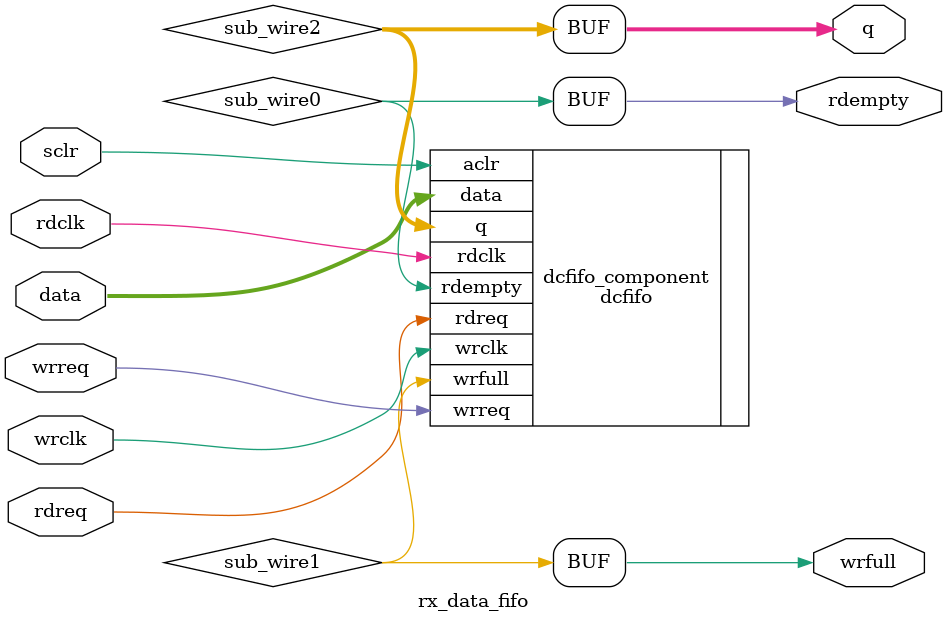
<source format=v>

`timescale 1 ps / 1 ps
// synopsys translate_on
module rx_data_fifo (
	sclr,
	data,
	rdclk,
	rdreq,
	wrclk,
	wrreq,
	q,
	rdempty,
	wrfull);

   parameter DEPTH = 512;

   input        sclr;
   input [15:0] data;
   input        rdclk;
   input        rdreq;
   input        wrclk;
   input        wrreq;
   output [15:0] q;
   output        rdempty;
   output        wrfull;
   
`ifndef ALTERA_RESERVED_QIS
// synopsys translate_off
`endif
	tri0	  aclr;
`ifndef ALTERA_RESERVED_QIS
// synopsys translate_on
`endif

   wire           sub_wire0;
   wire           sub_wire1;
   wire [15:0]    sub_wire2;
   wire           rdempty = sub_wire0;
   wire           wrfull = sub_wire1;
   wire [15:0]    q = sub_wire2[15:0];

   dcfifo dcfifo_component(.wrclk (wrclk),
			   .rdreq (rdreq),
			   .aclr (sclr),
			   .rdclk (rdclk),
			   .wrreq (wrreq),
			   .data (data),
			   .rdempty (sub_wire0),
			   .wrfull (sub_wire1),
			   .q (sub_wire2)
			   // synopsys translate_off
			   ,
			   .rdfull (),
			   .wrempty (),
			   .wrusedw (),
			   .rdusedw ()
			   // synopsys translate_on
			   );
   defparam dcfifo_component.add_usedw_msb_bit = "ON",
	    dcfifo_component.intended_device_family = "Cyclone II",
	    dcfifo_component.lpm_hint = "RAM_BLOCK_TYPE=M4K",
	    dcfifo_component.lpm_numwords = DEPTH,
	    dcfifo_component.lpm_showahead = "ON",
	    dcfifo_component.lpm_type = "dcfifo",
	    dcfifo_component.lpm_width = 16,
	    dcfifo_component.lpm_widthu = 9,
	    dcfifo_component.overflow_checking = "ON",
	    dcfifo_component.rdsync_delaypipe = 4,
	    dcfifo_component.underflow_checking = "ON",
	    dcfifo_component.use_eab = "ON",
	    dcfifo_component.write_aclr_synch = "ON",
	    dcfifo_component.wrsync_delaypipe = 4;
endmodule

</source>
